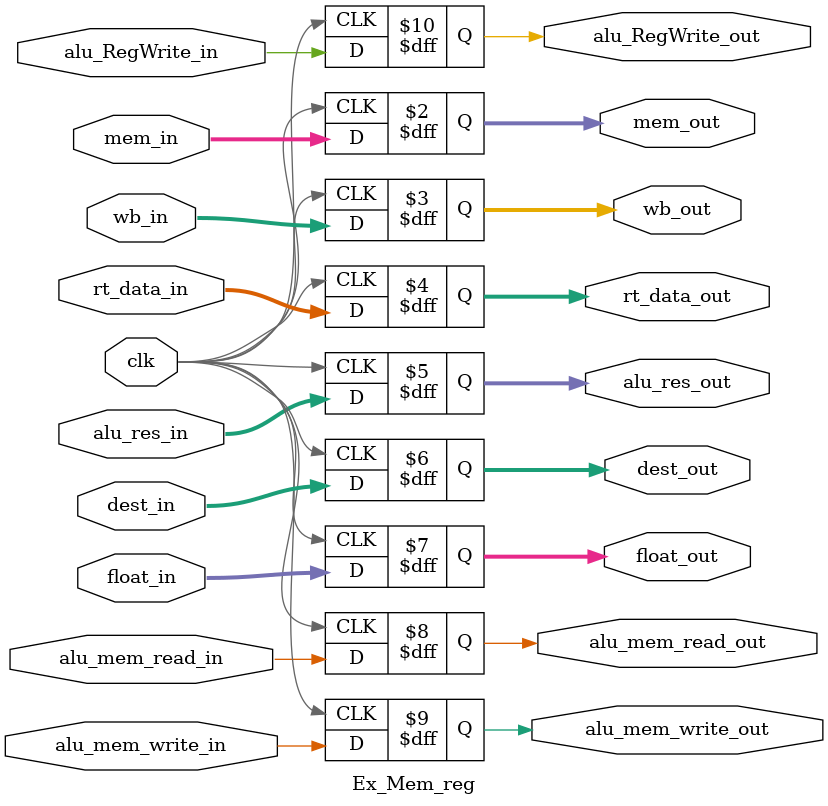
<source format=v>
module Ex_Mem_reg(wb_in,mem_in,alu_res_in,rt_data_in,dest_in,alu_mem_read_in,alu_mem_write_in,float_in,alu_RegWrite_in,clk,
					wb_out,mem_out,alu_res_out,rt_data_out,dest_out,alu_mem_read_out,alu_mem_write_out,float_out,alu_RegWrite_out);

input [2:0] mem_in ;
input [3:0] wb_in;
input [31:0] rt_data_in;
input [63:0] alu_res_in;
input [4:0] dest_in;
input [1:0] float_in;
input alu_RegWrite_in;
input alu_mem_read_in,alu_mem_write_in,clk;

output reg [2:0]  mem_out ;
output reg [3:0] wb_out;
output reg [31:0] rt_data_out;
output reg [63:0] alu_res_out;
output reg [4:0] dest_out;
output reg [1:0]float_out;
output reg alu_mem_read_out,alu_mem_write_out,alu_RegWrite_out;



always @(posedge clk )
	begin
		wb_out <= wb_in;
		mem_out <=mem_in;
		alu_res_out <= alu_res_in;
		rt_data_out <=rt_data_in;
		dest_out <=dest_in;
		alu_mem_read_out <=alu_mem_read_in;
		float_out <= float_in;
		alu_mem_write_out <=alu_mem_write_in;
		alu_RegWrite_out <= alu_RegWrite_in;



	end


endmodule 
</source>
